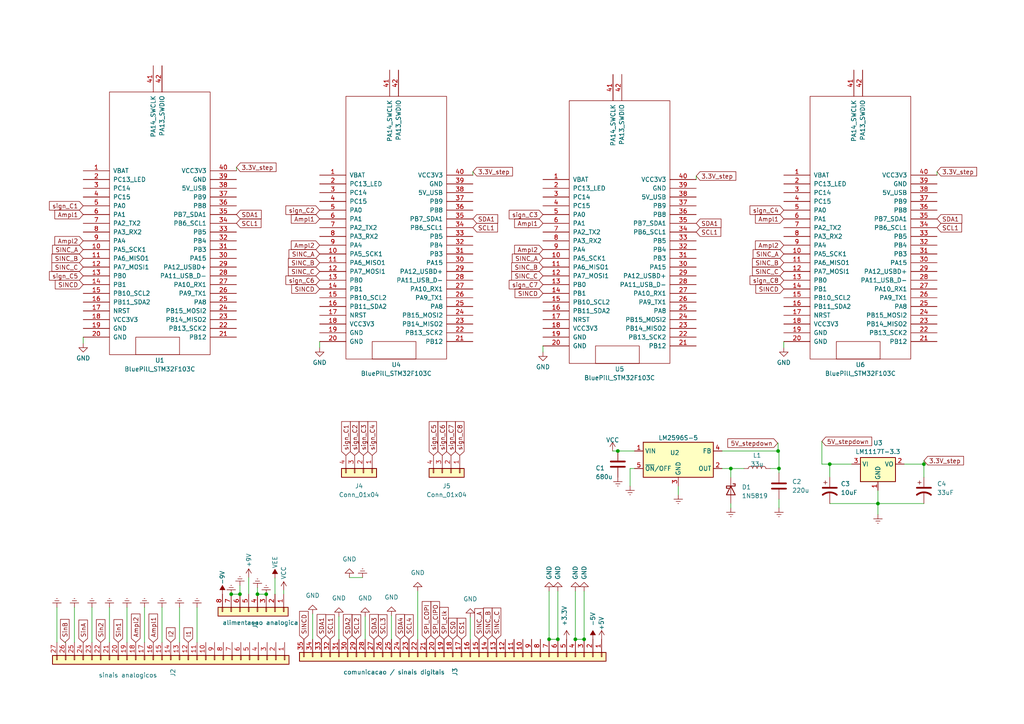
<source format=kicad_sch>
(kicad_sch (version 20230121) (generator eeschema)
  (paper "A4")
  (title_block (title "Placa de aquisicao STM32Bluepill") (date "2024-07-25") (rev "V01") (comment 1 "Autor: Gustavo Pinheiro") (comment 2 "Baseado no barramento V04") (comment 3 "Atenção: os sinais sinc_A , sinc_B e sinc_C foram adicionados ao barramento principal") (comment 4 "4 Canais + amplitude de corrente ou 8 canais"))
  (lib_symbols
    (symbol "Connector_Generic:Conn_01x04" (pin_names (offset 1.016) hide)
      (property "Reference" "J" (at 0 5.08 0))
      (property "Value" "Conn_01x04" (at 0 -7.62 0))
      (symbol "Conn_01x04_1_1"
        (rectangle (start -1.27 -4.953) (end 0 -5.207) (stroke (width 0.1524)))
        (rectangle (start -1.27 -2.413) (end 0 -2.667) (stroke (width 0.1524)))
        (rectangle (start -1.27 0.127) (end 0 -0.127) (stroke (width 0.1524)))
        (rectangle (start -1.27 2.667) (end 0 2.413) (stroke (width 0.1524)))
        (rectangle (start -1.27 3.81) (end 1.27 -6.35) (stroke (width 0.254)) (fill (type background)))
        (pin passive line (at -5.08 2.54 0) (length 3.81) (name "Pin_1") (number "1"))
        (pin passive line (at -5.08 0 0) (length 3.81) (name "Pin_2") (number "2"))
        (pin passive line (at -5.08 -2.54 0) (length 3.81) (name "Pin_3") (number "3"))
        (pin passive line (at -5.08 -5.08 0) (length 3.81) (name "Pin_4") (number "4"))
      )
    )
    (symbol "Connector_Generic:Conn_01x08" (pin_names (offset 1.016) hide)
      (property "Reference" "J" (at 0 10.16 0))
      (property "Value" "Conn_01x08" (at 0 -12.7 0))
      (symbol "Conn_01x08_1_1"
        (rectangle (start -1.27 -10.033) (end 0 -10.287) (stroke (width 0.1524)))
        (rectangle (start -1.27 -7.493) (end 0 -7.747) (stroke (width 0.1524)))
        (rectangle (start -1.27 -4.953) (end 0 -5.207) (stroke (width 0.1524)))
        (rectangle (start -1.27 -2.413) (end 0 -2.667) (stroke (width 0.1524)))
        (rectangle (start -1.27 0.127) (end 0 -0.127) (stroke (width 0.1524)))
        (rectangle (start -1.27 2.667) (end 0 2.413) (stroke (width 0.1524)))
        (rectangle (start -1.27 5.207) (end 0 4.953) (stroke (width 0.1524)))
        (rectangle (start -1.27 7.747) (end 0 7.493) (stroke (width 0.1524)))
        (rectangle (start -1.27 8.89) (end 1.27 -11.43) (stroke (width 0.254)) (fill (type background)))
        (pin passive line (at -5.08 7.62 0) (length 3.81) (name "Pin_1") (number "1"))
        (pin passive line (at -5.08 5.08 0) (length 3.81) (name "Pin_2") (number "2"))
        (pin passive line (at -5.08 2.54 0) (length 3.81) (name "Pin_3") (number "3"))
        (pin passive line (at -5.08 0 0) (length 3.81) (name "Pin_4") (number "4"))
        (pin passive line (at -5.08 -2.54 0) (length 3.81) (name "Pin_5") (number "5"))
        (pin passive line (at -5.08 -5.08 0) (length 3.81) (name "Pin_6") (number "6"))
        (pin passive line (at -5.08 -7.62 0) (length 3.81) (name "Pin_7") (number "7"))
        (pin passive line (at -5.08 -10.16 0) (length 3.81) (name "Pin_8") (number "8"))
      )
    )
    (symbol "Connector_Generic:Conn_01x27" (pin_names (offset 1.016) hide)
      (property "Reference" "J" (at 0 35.56 0))
      (property "Value" "Conn_01x27" (at 0 -35.56 0))
      (symbol "Conn_01x27_1_1"
        (rectangle (start -1.27 -32.893) (end 0 -33.147) (stroke (width 0.1524)))
        (rectangle (start -1.27 -30.353) (end 0 -30.607) (stroke (width 0.1524)))
        (rectangle (start -1.27 -27.813) (end 0 -28.067) (stroke (width 0.1524)))
        (rectangle (start -1.27 -25.273) (end 0 -25.527) (stroke (width 0.1524)))
        (rectangle (start -1.27 -22.733) (end 0 -22.987) (stroke (width 0.1524)))
        (rectangle (start -1.27 -20.193) (end 0 -20.447) (stroke (width 0.1524)))
        (rectangle (start -1.27 -17.653) (end 0 -17.907) (stroke (width 0.1524)))
        (rectangle (start -1.27 -15.113) (end 0 -15.367) (stroke (width 0.1524)))
        (rectangle (start -1.27 -12.573) (end 0 -12.827) (stroke (width 0.1524)))
        (rectangle (start -1.27 -10.033) (end 0 -10.287) (stroke (width 0.1524)))
        (rectangle (start -1.27 -7.493) (end 0 -7.747) (stroke (width 0.1524)))
        (rectangle (start -1.27 -4.953) (end 0 -5.207) (stroke (width 0.1524)))
        (rectangle (start -1.27 -2.413) (end 0 -2.667) (stroke (width 0.1524)))
        (rectangle (start -1.27 0.127) (end 0 -0.127) (stroke (width 0.1524)))
        (rectangle (start -1.27 2.667) (end 0 2.413) (stroke (width 0.1524)))
        (rectangle (start -1.27 5.207) (end 0 4.953) (stroke (width 0.1524)))
        (rectangle (start -1.27 7.747) (end 0 7.493) (stroke (width 0.1524)))
        (rectangle (start -1.27 10.287) (end 0 10.033) (stroke (width 0.1524)))
        (rectangle (start -1.27 12.827) (end 0 12.573) (stroke (width 0.1524)))
        (rectangle (start -1.27 15.367) (end 0 15.113) (stroke (width 0.1524)))
        (rectangle (start -1.27 17.907) (end 0 17.653) (stroke (width 0.1524)))
        (rectangle (start -1.27 20.447) (end 0 20.193) (stroke (width 0.1524)))
        (rectangle (start -1.27 22.987) (end 0 22.733) (stroke (width 0.1524)))
        (rectangle (start -1.27 25.527) (end 0 25.273) (stroke (width 0.1524)))
        (rectangle (start -1.27 28.067) (end 0 27.813) (stroke (width 0.1524)))
        (rectangle (start -1.27 30.607) (end 0 30.353) (stroke (width 0.1524)))
        (rectangle (start -1.27 33.147) (end 0 32.893) (stroke (width 0.1524)))
        (rectangle (start -1.27 34.29) (end 1.27 -34.29) (stroke (width 0.254)) (fill (type background)))
        (pin passive line (at -5.08 33.02 0) (length 3.81) (name "Pin_1") (number "1"))
        (pin passive line (at -5.08 10.16 0) (length 3.81) (name "Pin_10") (number "10"))
        (pin passive line (at -5.08 7.62 0) (length 3.81) (name "Pin_11") (number "11"))
        (pin passive line (at -5.08 5.08 0) (length 3.81) (name "Pin_12") (number "12"))
        (pin passive line (at -5.08 2.54 0) (length 3.81) (name "Pin_13") (number "13"))
        (pin passive line (at -5.08 0 0) (length 3.81) (name "Pin_14") (number "14"))
        (pin passive line (at -5.08 -2.54 0) (length 3.81) (name "Pin_15") (number "15"))
        (pin passive line (at -5.08 -5.08 0) (length 3.81) (name "Pin_16") (number "16"))
        (pin passive line (at -5.08 -7.62 0) (length 3.81) (name "Pin_17") (number "17"))
        (pin passive line (at -5.08 -10.16 0) (length 3.81) (name "Pin_18") (number "18"))
        (pin passive line (at -5.08 -12.7 0) (length 3.81) (name "Pin_19") (number "19"))
        (pin passive line (at -5.08 30.48 0) (length 3.81) (name "Pin_2") (number "2"))
        (pin passive line (at -5.08 -15.24 0) (length 3.81) (name "Pin_20") (number "20"))
        (pin passive line (at -5.08 -17.78 0) (length 3.81) (name "Pin_21") (number "21"))
        (pin passive line (at -5.08 -20.32 0) (length 3.81) (name "Pin_22") (number "22"))
        (pin passive line (at -5.08 -22.86 0) (length 3.81) (name "Pin_23") (number "23"))
        (pin passive line (at -5.08 -25.4 0) (length 3.81) (name "Pin_24") (number "24"))
        (pin passive line (at -5.08 -27.94 0) (length 3.81) (name "Pin_25") (number "25"))
        (pin passive line (at -5.08 -30.48 0) (length 3.81) (name "Pin_26") (number "26"))
        (pin passive line (at -5.08 -33.02 0) (length 3.81) (name "Pin_27") (number "27"))
        (pin passive line (at -5.08 27.94 0) (length 3.81) (name "Pin_3") (number "3"))
        (pin passive line (at -5.08 25.4 0) (length 3.81) (name "Pin_4") (number "4"))
        (pin passive line (at -5.08 22.86 0) (length 3.81) (name "Pin_5") (number "5"))
        (pin passive line (at -5.08 20.32 0) (length 3.81) (name "Pin_6") (number "6"))
        (pin passive line (at -5.08 17.78 0) (length 3.81) (name "Pin_7") (number "7"))
        (pin passive line (at -5.08 15.24 0) (length 3.81) (name "Pin_8") (number "8"))
        (pin passive line (at -5.08 12.7 0) (length 3.81) (name "Pin_9") (number "9"))
      )
    )
    (symbol "Connector_Generic:Conn_01x35" (pin_names (offset 1.016) hide)
      (property "Reference" "J" (at 0 45.72 0))
      (property "Value" "Conn_01x35" (at 0 -45.72 0))
      (symbol "Conn_01x35_1_1"
        (rectangle (start -1.27 -43.053) (end 0 -43.307) (stroke (width 0.1524)))
        (rectangle (start -1.27 -40.513) (end 0 -40.767) (stroke (width 0.1524)))
        (rectangle (start -1.27 -37.973) (end 0 -38.227) (stroke (width 0.1524)))
        (rectangle (start -1.27 -35.433) (end 0 -35.687) (stroke (width 0.1524)))
        (rectangle (start -1.27 -32.893) (end 0 -33.147) (stroke (width 0.1524)))
        (rectangle (start -1.27 -30.353) (end 0 -30.607) (stroke (width 0.1524)))
        (rectangle (start -1.27 -27.813) (end 0 -28.067) (stroke (width 0.1524)))
        (rectangle (start -1.27 -25.273) (end 0 -25.527) (stroke (width 0.1524)))
        (rectangle (start -1.27 -22.733) (end 0 -22.987) (stroke (width 0.1524)))
        (rectangle (start -1.27 -20.193) (end 0 -20.447) (stroke (width 0.1524)))
        (rectangle (start -1.27 -17.653) (end 0 -17.907) (stroke (width 0.1524)))
        (rectangle (start -1.27 -15.113) (end 0 -15.367) (stroke (width 0.1524)))
        (rectangle (start -1.27 -12.573) (end 0 -12.827) (stroke (width 0.1524)))
        (rectangle (start -1.27 -10.033) (end 0 -10.287) (stroke (width 0.1524)))
        (rectangle (start -1.27 -7.493) (end 0 -7.747) (stroke (width 0.1524)))
        (rectangle (start -1.27 -4.953) (end 0 -5.207) (stroke (width 0.1524)))
        (rectangle (start -1.27 -2.413) (end 0 -2.667) (stroke (width 0.1524)))
        (rectangle (start -1.27 0.127) (end 0 -0.127) (stroke (width 0.1524)))
        (rectangle (start -1.27 2.667) (end 0 2.413) (stroke (width 0.1524)))
        (rectangle (start -1.27 5.207) (end 0 4.953) (stroke (width 0.1524)))
        (rectangle (start -1.27 7.747) (end 0 7.493) (stroke (width 0.1524)))
        (rectangle (start -1.27 10.287) (end 0 10.033) (stroke (width 0.1524)))
        (rectangle (start -1.27 12.827) (end 0 12.573) (stroke (width 0.1524)))
        (rectangle (start -1.27 15.367) (end 0 15.113) (stroke (width 0.1524)))
        (rectangle (start -1.27 17.907) (end 0 17.653) (stroke (width 0.1524)))
        (rectangle (start -1.27 20.447) (end 0 20.193) (stroke (width 0.1524)))
        (rectangle (start -1.27 22.987) (end 0 22.733) (stroke (width 0.1524)))
        (rectangle (start -1.27 25.527) (end 0 25.273) (stroke (width 0.1524)))
        (rectangle (start -1.27 28.067) (end 0 27.813) (stroke (width 0.1524)))
        (rectangle (start -1.27 30.607) (end 0 30.353) (stroke (width 0.1524)))
        (rectangle (start -1.27 33.147) (end 0 32.893) (stroke (width 0.1524)))
        (rectangle (start -1.27 35.687) (end 0 35.433) (stroke (width 0.1524)))
        (rectangle (start -1.27 38.227) (end 0 37.973) (stroke (width 0.1524)))
        (rectangle (start -1.27 40.767) (end 0 40.513) (stroke (width 0.1524)))
        (rectangle (start -1.27 43.307) (end 0 43.053) (stroke (width 0.1524)))
        (rectangle (start -1.27 44.45) (end 1.27 -44.45) (stroke (width 0.254)) (fill (type background)))
        (pin passive line (at -5.08 43.18 0) (length 3.81) (name "Pin_1") (number "1"))
        (pin passive line (at -5.08 20.32 0) (length 3.81) (name "Pin_10") (number "10"))
        (pin passive line (at -5.08 17.78 0) (length 3.81) (name "Pin_11") (number "11"))
        (pin passive line (at -5.08 15.24 0) (length 3.81) (name "Pin_12") (number "12"))
        (pin passive line (at -5.08 12.7 0) (length 3.81) (name "Pin_13") (number "13"))
        (pin passive line (at -5.08 10.16 0) (length 3.81) (name "Pin_14") (number "14"))
        (pin passive line (at -5.08 7.62 0) (length 3.81) (name "Pin_15") (number "15"))
        (pin passive line (at -5.08 5.08 0) (length 3.81) (name "Pin_16") (number "16"))
        (pin passive line (at -5.08 2.54 0) (length 3.81) (name "Pin_17") (number "17"))
        (pin passive line (at -5.08 0 0) (length 3.81) (name "Pin_18") (number "18"))
        (pin passive line (at -5.08 -2.54 0) (length 3.81) (name "Pin_19") (number "19"))
        (pin passive line (at -5.08 40.64 0) (length 3.81) (name "Pin_2") (number "2"))
        (pin passive line (at -5.08 -5.08 0) (length 3.81) (name "Pin_20") (number "20"))
        (pin passive line (at -5.08 -7.62 0) (length 3.81) (name "Pin_21") (number "21"))
        (pin passive line (at -5.08 -10.16 0) (length 3.81) (name "Pin_22") (number "22"))
        (pin passive line (at -5.08 -12.7 0) (length 3.81) (name "Pin_23") (number "23"))
        (pin passive line (at -5.08 -15.24 0) (length 3.81) (name "Pin_24") (number "24"))
        (pin passive line (at -5.08 -17.78 0) (length 3.81) (name "Pin_25") (number "25"))
        (pin passive line (at -5.08 -20.32 0) (length 3.81) (name "Pin_26") (number "26"))
        (pin passive line (at -5.08 -22.86 0) (length 3.81) (name "Pin_27") (number "27"))
        (pin passive line (at -5.08 -25.4 0) (length 3.81) (name "Pin_28") (number "28"))
        (pin passive line (at -5.08 -27.94 0) (length 3.81) (name "Pin_29") (number "29"))
        (pin passive line (at -5.08 38.1 0) (length 3.81) (name "Pin_3") (number "3"))
        (pin passive line (at -5.08 -30.48 0) (length 3.81) (name "Pin_30") (number "30"))
        (pin passive line (at -5.08 -33.02 0) (length 3.81) (name "Pin_31") (number "31"))
        (pin passive line (at -5.08 -35.56 0) (length 3.81) (name "Pin_32") (number "32"))
        (pin passive line (at -5.08 -38.1 0) (length 3.81) (name "Pin_33") (number "33"))
        (pin passive line (at -5.08 -40.64 0) (length 3.81) (name "Pin_34") (number "34"))
        (pin passive line (at -5.08 -43.18 0) (length 3.81) (name "Pin_35") (number "35"))
        (pin passive line (at -5.08 35.56 0) (length 3.81) (name "Pin_4") (number "4"))
        (pin passive line (at -5.08 33.02 0) (length 3.81) (name "Pin_5") (number "5"))
        (pin passive line (at -5.08 30.48 0) (length 3.81) (name "Pin_6") (number "6"))
        (pin passive line (at -5.08 27.94 0) (length 3.81) (name "Pin_7") (number "7"))
        (pin passive line (at -5.08 25.4 0) (length 3.81) (name "Pin_8") (number "8"))
        (pin passive line (at -5.08 22.86 0) (length 3.81) (name "Pin_9") (number "9"))
      )
    )
    (symbol "Device:C" (pin_numbers hide) (pin_names (offset 0.254))
      (property "Reference" "C" (at 0.635 2.54 0))
      (property "Value" "C" (at 0.635 -2.54 0))
      (symbol "C_0_1"
        (polyline (pts (xy -2.032 -0.762) (xy 2.032 -0.762)) (stroke (width 0.508)))
        (polyline (pts (xy -2.032 0.762) (xy 2.032 0.762)) (stroke (width 0.508)))
      )
      (symbol "C_1_1"
        (pin passive line (at 0 3.81 270) (length 2.794) (name "~") (number "1"))
        (pin passive line (at 0 -3.81 90) (length 2.794) (name "~") (number "2"))
      )
    )
    (symbol "Device:C_Polarized_US" (pin_numbers hide) (pin_names (offset 0.254) hide)
      (property "Reference" "C" (at 0.635 2.54 0))
      (property "Value" "C_Polarized_US" (at 0.635 -2.54 0))
      (symbol "C_Polarized_US_0_1"
        (polyline (pts (xy -2.032 0.762) (xy 2.032 0.762)) (stroke (width 0.508)))
        (polyline (pts (xy -1.778 2.286) (xy -0.762 2.286)))
        (polyline (pts (xy -1.27 1.778) (xy -1.27 2.794)))
        (arc (start 2.032 -1.27) (mid 0 -0.5572) (end -2.032 -1.27) (stroke (width 0.508)))
      )
      (symbol "C_Polarized_US_1_1"
        (pin passive line (at 0 3.81 270) (length 2.794) (name "~") (number "1"))
        (pin passive line (at 0 -3.81 90) (length 3.302) (name "~") (number "2"))
      )
    )
    (symbol "Device:L" (pin_numbers hide) (pin_names (offset 1.016) hide)
      (property "Reference" "L" (at -1.27 0 90))
      (property "Value" "L" (at 1.905 0 90))
      (symbol "L_0_1"
        (arc (start 0 -2.54) (mid 0.6323 -1.905) (end 0 -1.27))
        (arc (start 0 -1.27) (mid 0.6323 -0.635) (end 0 0))
        (arc (start 0 0) (mid 0.6323 0.635) (end 0 1.27))
        (arc (start 0 1.27) (mid 0.6323 1.905) (end 0 2.54))
      )
      (symbol "L_1_1"
        (pin passive line (at 0 3.81 270) (length 1.27) (name "1") (number "1"))
        (pin passive line (at 0 -3.81 90) (length 1.27) (name "2") (number "2"))
      )
    )
    (symbol "Diode:1N5819" (pin_numbers hide) (pin_names (offset 1.016) hide)
      (property "Reference" "D" (at 0 2.54 0))
      (property "Value" "1N5819" (at 0 -2.54 0))
      (symbol "1N5819_0_1"
        (polyline (pts (xy 1.27 0) (xy -1.27 0)))
        (polyline (pts (xy 1.27 1.27) (xy 1.27 -1.27) (xy -1.27 0) (xy 1.27 1.27)) (stroke (width 0.254)))
        (polyline (pts (xy -1.905 0.635) (xy -1.905 1.27) (xy -1.27 1.27) (xy -1.27 -1.27) (xy -0.635 -1.27) (xy -0.635 -0.635)) (stroke (width 0.254)))
      )
      (symbol "1N5819_1_1"
        (pin passive line (at -3.81 0 0) (length 2.54) (name "K") (number "1"))
        (pin passive line (at 3.81 0 180) (length 2.54) (name "A") (number "2"))
      )
    )
    (symbol "Regulator_Linear:LM1117T-3.3"
      (property "Reference" "U" (at -3.81 3.175 0))
      (property "Value" "LM1117T-3.3" (at 0 3.175 0))
      (symbol "LM1117T-3.3_0_1"
        (rectangle (start -5.08 -5.08) (end 5.08 1.905) (stroke (width 0.254)) (fill (type background)))
      )
      (symbol "LM1117T-3.3_1_1"
        (pin power_in line (at 0 -7.62 90) (length 2.54) (name "GND") (number "1"))
        (pin power_out line (at 7.62 0 180) (length 2.54) (name "VO") (number "2"))
        (pin power_in line (at -7.62 0 0) (length 2.54) (name "VI") (number "3"))
      )
    )
    (symbol "Regulator_Switching:LM2596S-5"
      (property "Reference" "U" (at -10.16 6.35 0))
      (property "Value" "LM2596S-5" (at 0 6.35 0))
      (symbol "LM2596S-5_0_1"
        (rectangle (start -10.16 5.08) (end 10.16 -5.08) (stroke (width 0.254)) (fill (type background)))
      )
      (symbol "LM2596S-5_1_1"
        (pin power_in line (at -12.7 2.54 0) (length 2.54) (name "VIN") (number "1"))
        (pin output line (at 12.7 -2.54 180) (length 2.54) (name "OUT") (number "2"))
        (pin power_in line (at 0 -7.62 90) (length 2.54) (name "GND") (number "3"))
        (pin input line (at 12.7 2.54 180) (length 2.54) (name "FB") (number "4"))
        (pin input line (at -12.7 -2.54 0) (length 2.54) (name "~{ON}/OFF") (number "5"))
      )
    )
    (symbol "bluepill_breakouts:BluePill_STM32F103C" (pin_names (offset 1.016))
      (property "Reference" "U" (at -11.43 -34.29 0))
      (property "Value" "BluePill_STM32F103C" (at 1.27 21.59 0))
      (symbol "BluePill_STM32F103C_0_1"
        (rectangle (start -6.35 -35.56) (end 6.35 -30.48))
      )
      (symbol "BluePill_STM32F103C_1_0"
        (rectangle (start -13.97 -35.56) (end 15.24 40.64))
      )
      (symbol "BluePill_STM32F103C_1_1"
        (pin power_in line (at -21.59 17.78 0) (length 7.62) (name "VBAT") (number "1"))
        (pin bidirectional line (at -21.59 -5.08 0) (length 7.62) (name "PA5_SCK1") (number "10"))
        (pin bidirectional line (at -21.59 -7.62 0) (length 7.62) (name "PA6_MISO1") (number "11"))
        (pin bidirectional line (at -21.59 -10.16 0) (length 7.62) (name "PA7_MOSI1") (number "12"))
        (pin bidirectional line (at -21.59 -12.7 0) (length 7.62) (name "PB0") (number "13"))
        (pin bidirectional line (at -21.59 -15.24 0) (length 7.62) (name "PB1") (number "14"))
        (pin bidirectional line (at -21.59 -17.78 0) (length 7.62) (name "PB10_SCL2") (number "15"))
        (pin bidirectional line (at -21.59 -20.32 0) (length 7.62) (name "PB11_SDA2") (number "16"))
        (pin input line (at -21.59 -22.86 0) (length 7.62) (name "NRST") (number "17"))
        (pin bidirectional line (at -21.59 -25.4 0) (length 7.62) (name "VCC3V3") (number "18"))
        (pin power_in line (at -21.59 -27.94 0) (length 7.62) (name "GND") (number "19"))
        (pin bidirectional line (at -21.59 15.24 0) (length 7.62) (name "PC13_LED") (number "2"))
        (pin power_in line (at -21.59 -30.48 0) (length 7.62) (name "GND") (number "20"))
        (pin bidirectional line (at 22.86 -30.48 180) (length 7.62) (name "PB12") (number "21"))
        (pin bidirectional line (at 22.86 -27.94 180) (length 7.62) (name "PB13_SCK2") (number "22"))
        (pin bidirectional line (at 22.86 -25.4 180) (length 7.62) (name "PB14_MISO2") (number "23"))
        (pin bidirectional line (at 22.86 -22.86 180) (length 7.62) (name "PB15_MOSI2") (number "24"))
        (pin bidirectional line (at 22.86 -20.32 180) (length 7.62) (name "PA8") (number "25"))
        (pin bidirectional line (at 22.86 -17.78 180) (length 7.62) (name "PA9_TX1") (number "26"))
        (pin bidirectional line (at 22.86 -15.24 180) (length 7.62) (name "PA10_RX1") (number "27"))
        (pin bidirectional line (at 22.86 -12.7 180) (length 7.62) (name "PA11_USB_D-") (number "28"))
        (pin bidirectional line (at 22.86 -10.16 180) (length 7.62) (name "PA12_USBD+") (number "29"))
        (pin bidirectional line (at -21.59 12.7 0) (length 7.62) (name "PC14") (number "3"))
        (pin bidirectional line (at 22.86 -7.62 180) (length 7.62) (name "PA15") (number "30"))
        (pin bidirectional line (at 22.86 -5.08 180) (length 7.62) (name "PB3") (number "31"))
        (pin bidirectional line (at 22.86 -2.54 180) (length 7.62) (name "PB4") (number "32"))
        (pin bidirectional line (at 22.86 0 180) (length 7.62) (name "PB5") (number "33"))
        (pin bidirectional line (at 22.86 2.54 180) (length 7.62) (name "PB6_SCL1") (number "34"))
        (pin bidirectional line (at 22.86 5.08 180) (length 7.62) (name "PB7_SDA1") (number "35"))
        (pin bidirectional line (at 22.86 7.62 180) (length 7.62) (name "PB8") (number "36"))
        (pin bidirectional line (at 22.86 10.16 180) (length 7.62) (name "PB9") (number "37"))
        (pin bidirectional line (at 22.86 12.7 180) (length 7.62) (name "5V_USB") (number "38"))
        (pin power_in line (at 22.86 15.24 180) (length 7.62) (name "GND") (number "39"))
        (pin bidirectional line (at -21.59 10.16 0) (length 7.62) (name "PC15") (number "4"))
        (pin bidirectional line (at 22.86 17.78 180) (length 7.62) (name "VCC3V3") (number "40"))
        (pin bidirectional line (at -1.27 48.26 270) (length 7.62) (name "PA14_SWCLK") (number "41"))
        (pin bidirectional line (at 1.27 48.26 270) (length 7.62) (name "PA13_SWDIO") (number "42"))
        (pin bidirectional line (at -21.59 7.62 0) (length 7.62) (name "PA0") (number "5"))
        (pin bidirectional line (at -21.59 5.08 0) (length 7.62) (name "PA1") (number "6"))
        (pin bidirectional line (at -21.59 2.54 0) (length 7.62) (name "PA2_TX2") (number "7"))
        (pin bidirectional line (at -21.59 0 0) (length 7.62) (name "PA3_RX2") (number "8"))
        (pin bidirectional line (at -21.59 -2.54 0) (length 7.62) (name "PA4") (number "9"))
      )
    )
    (symbol "power:+3.3V" (power) (pin_names (offset 0))
      (property "Value" "+3.3V" (at 0 3.556 0))
      (symbol "+3.3V_0_1"
        (polyline (pts (xy -0.762 1.27) (xy 0 2.54)))
        (polyline (pts (xy 0 0) (xy 0 2.54)))
        (polyline (pts (xy 0 2.54) (xy 0.762 1.27)))
      )
      (symbol "+3.3V_1_1"
        (pin power_in line (at 0 0 90) (length 0) hide (name "+3.3V") (number "1"))
      )
    )
    (symbol "power:+5V" (power) (pin_names (offset 0))
      (property "Value" "+5V" (at 0 3.556 0))
      (symbol "+5V_0_1"
        (polyline (pts (xy -0.762 1.27) (xy 0 2.54)))
        (polyline (pts (xy 0 0) (xy 0 2.54)))
        (polyline (pts (xy 0 2.54) (xy 0.762 1.27)))
      )
      (symbol "+5V_1_1"
        (pin power_in line (at 0 0 90) (length 0) hide (name "+5V") (number "1"))
      )
    )
    (symbol "power:+9V" (power) (pin_names (offset 0))
      (property "Value" "+9V" (at 0 3.556 0))
      (symbol "+9V_0_1"
        (polyline (pts (xy -0.762 1.27) (xy 0 2.54)))
        (polyline (pts (xy 0 0) (xy 0 2.54)))
        (polyline (pts (xy 0 2.54) (xy 0.762 1.27)))
      )
      (symbol "+9V_1_1"
        (pin power_in line (at 0 0 90) (length 0) hide (name "+9V") (number "1"))
      )
    )
    (symbol "power:-5V" (power) (pin_names (offset 0))
      (property "Value" "-5V" (at 0 3.81 0))
      (symbol "-5V_0_0"
        (pin power_in line (at 0 0 90) (length 0) hide (name "-5V") (number "1"))
      )
      (symbol "-5V_0_1"
        (polyline (pts (xy 0 0) (xy 0 1.27) (xy 0.762 1.27) (xy 0 2.54) (xy -0.762 1.27) (xy 0 1.27)) (fill (type outline)))
      )
    )
    (symbol "power:-9V" (power) (pin_names (offset 0))
      (property "Value" "-9V" (at 0 3.81 0))
      (symbol "-9V_0_1"
        (polyline (pts (xy 0 0) (xy 0 2.54)))
        (polyline (pts (xy 0.762 1.27) (xy -0.762 1.27) (xy 0 2.54) (xy 0.762 1.27)) (fill (type outline)))
      )
      (symbol "-9V_1_1"
        (pin power_in line (at 0 0 90) (length 0) hide (name "-9V") (number "1"))
      )
    )
    (symbol "power:Earth" (power) (pin_names (offset 0))
      (symbol "Earth_0_1"
        (polyline (pts (xy -0.635 -1.905) (xy 0.635 -1.905)))
        (polyline (pts (xy -0.127 -2.54) (xy 0.127 -2.54)))
        (polyline (pts (xy 0 -1.27) (xy 0 0)))
        (polyline (pts (xy 1.27 -1.27) (xy -1.27 -1.27)))
      )
      (symbol "Earth_1_1"
        (pin power_in line (at 0 0 270) (length 0) hide (name "Earth") (number "1"))
      )
    )
    (symbol "power:GND" (power) (pin_names (offset 0))
      (property "Value" "GND" (at 0 -3.81 0))
      (symbol "GND_0_1"
        (polyline (pts (xy 0 0) (xy 0 -1.27) (xy 1.27 -1.27) (xy 0 -2.54) (xy -1.27 -1.27) (xy 0 -1.27)))
      )
      (symbol "GND_1_1"
        (pin power_in line (at 0 0 270) (length 0) hide (name "GND") (number "1"))
      )
    )
    (symbol "power:VCC" (power) (pin_names (offset 0))
      (property "Value" "VCC" (at 0 3.81 0))
      (symbol "VCC_0_1"
        (polyline (pts (xy -0.762 1.27) (xy 0 2.54)))
        (polyline (pts (xy 0 0) (xy 0 2.54)))
        (polyline (pts (xy 0 2.54) (xy 0.762 1.27)))
      )
      (symbol "VCC_1_1"
        (pin power_in line (at 0 0 90) (length 0) hide (name "VCC") (number "1"))
      )
    )
    (symbol "power:VEE" (power) (pin_names (offset 0))
      (property "Value" "VEE" (at 0 3.81 0))
      (symbol "VEE_0_1"
        (polyline (pts (xy 0 0) (xy 0 2.54)))
        (polyline (pts (xy 0.762 1.27) (xy -0.762 1.27) (xy 0 2.54) (xy 0.762 1.27)) (fill (type outline)))
      )
      (symbol "VEE_1_1"
        (pin power_in line (at 0 0 90) (length 0) hide (name "VEE") (number "1"))
      )
    )
  )
  (junction (at 69.5948 172.339))
  (junction (at 67.0548 172.339))
  (junction (at 254.635 146.05))
  (junction (at 225.679 130.81))
  (junction (at 179.197 130.81))
  (junction (at 77.2148 172.339))
  (junction (at 159.258 185.42))
  (junction (at 166.878 185.42))
  (junction (at 169.418 185.42))
  (junction (at 161.798 185.42))
  (junction (at 211.963 135.89))
  (junction (at 240.665 134.62))
  (junction (at 74.6748 172.339))
  (junction (at 225.933 135.89))
  (junction (at 267.97 134.62))
  (wire (pts (xy 209.423 130.81) (xy 225.679 130.81)))
  (wire (pts (xy 67.0548 172.339) (xy 69.5948 172.339)))
  (wire (pts (xy 92.71 100.838) (xy 92.71 99.06)))
  (wire (pts (xy 16.51 176.149) (xy 16.51 186.309)))
  (wire (pts (xy 262.255 134.62) (xy 267.97 134.62)))
  (wire (pts (xy 101.346 167.513) (xy 105.156 167.513)))
  (wire (pts (xy 182.753 135.89) (xy 184.023 135.89)))
  (wire (pts (xy 72.1348 167.513) (xy 72.1348 172.339)))
  (wire (pts (xy 26.67 176.149) (xy 26.67 186.309)))
  (wire (pts (xy 254.635 142.24) (xy 254.635 146.05)))
  (wire (pts (xy 159.258 171.45) (xy 159.258 185.42)))
  (wire (pts (xy 209.423 135.89) (xy 211.963 135.89)))
  (wire (pts (xy 227.33 100.838) (xy 227.33 99.06)))
  (wire (pts (xy 98.298 178.816) (xy 98.298 185.42)))
  (wire (pts (xy 68.58 48.514) (xy 68.58 49.53)))
  (wire (pts (xy 271.78 49.784) (xy 271.78 50.8)))
  (wire (pts (xy 225.933 130.81) (xy 225.933 135.89)))
  (wire (pts (xy 161.798 171.45) (xy 161.798 185.42)))
  (wire (pts (xy 74.6731 171.659) (xy 74.6748 171.659)))
  (wire (pts (xy 21.59 176.149) (xy 21.59 186.309)))
  (wire (pts (xy 52.07 176.149) (xy 52.07 186.309)))
  (wire (pts (xy 137.16 49.784) (xy 137.16 50.8)))
  (wire (pts (xy 74.6731 170.4476) (xy 74.6731 171.659)))
  (wire (pts (xy 69.5948 169.799) (xy 69.5948 172.339)))
  (wire (pts (xy 254.635 146.05) (xy 267.97 146.05)))
  (wire (pts (xy 238.379 134.62) (xy 240.665 134.62)))
  (wire (pts (xy 225.679 130.81) (xy 225.933 130.81)))
  (wire (pts (xy 225.679 128.524) (xy 225.552 128.524)))
  (wire (pts (xy 136.398 179.07) (xy 136.398 185.42)))
  (wire (pts (xy 57.15 176.149) (xy 57.15 186.309)))
  (wire (pts (xy 179.197 130.81) (xy 184.023 130.81)))
  (wire (pts (xy 79.755 167.6559) (xy 79.755 172.339)))
  (wire (pts (xy 211.963 147.32) (xy 211.963 146.05)))
  (wire (pts (xy 240.665 138.43) (xy 240.665 134.62)))
  (wire (pts (xy 79.755 172.339) (xy 79.7548 172.339)))
  (wire (pts (xy 166.878 185.42) (xy 169.418 185.42)))
  (wire (pts (xy 74.6748 171.659) (xy 74.6748 172.339)))
  (wire (pts (xy 36.83 176.149) (xy 36.83 186.309)))
  (wire (pts (xy 182.753 140.97) (xy 182.753 135.89)))
  (wire (pts (xy 254.635 146.05) (xy 254.635 149.225)))
  (wire (pts (xy 166.878 171.45) (xy 166.878 185.42)))
  (wire (pts (xy 105.918 178.816) (xy 105.918 185.42)))
  (wire (pts (xy 225.933 147.32) (xy 225.933 144.78)))
  (wire (pts (xy 240.665 134.62) (xy 247.015 134.62)))
  (wire (pts (xy 267.97 134.62) (xy 267.97 138.43)))
  (wire (pts (xy 82.296 171.232) (xy 82.296 172.339)))
  (wire (pts (xy 169.418 171.45) (xy 169.418 185.42)))
  (wire (pts (xy 82.2948 172.339) (xy 82.296 172.339)))
  (wire (pts (xy 211.963 135.89) (xy 211.963 138.43)))
  (wire (pts (xy 177.673 130.81) (xy 179.197 130.81)))
  (wire (pts (xy 267.97 133.604) (xy 267.97 134.62)))
  (wire (pts (xy 159.258 185.42) (xy 161.798 185.42)))
  (wire (pts (xy 19.05 186.309) (xy 18.796 186.309)))
  (wire (pts (xy 225.679 130.81) (xy 225.679 128.524)))
  (wire (pts (xy 225.933 135.89) (xy 225.933 137.16)))
  (wire (pts (xy 240.665 146.05) (xy 254.635 146.05)))
  (wire (pts (xy 196.723 143.51) (xy 196.723 140.97)))
  (wire (pts (xy 238.379 128.016) (xy 238.379 134.62)))
  (wire (pts (xy 74.6748 172.339) (xy 77.2148 172.339)))
  (wire (pts (xy 223.393 135.89) (xy 225.933 135.89)))
  (wire (pts (xy 90.678 178.054) (xy 90.678 185.42)))
  (wire (pts (xy 24.13 99.568) (xy 24.13 97.79)))
  (wire (pts (xy 201.93 51.054) (xy 201.93 52.07)))
  (wire (pts (xy 41.91 176.149) (xy 41.91 186.309)))
  (wire (pts (xy 113.538 178.562) (xy 113.538 185.42)))
  (wire (pts (xy 157.48 102.108) (xy 157.48 100.33)))
  (wire (pts (xy 31.75 176.149) (xy 31.75 186.309)))
  (wire (pts (xy 211.963 135.89) (xy 215.773 135.89)))
  (wire (pts (xy 121.158 171.45) (xy 121.158 185.42)))
  (wire (pts (xy 46.99 176.149) (xy 46.99 186.309)))
  (global_label "sign_C6" (shape input) (at 128.27 132.08 90) (property "Intersheetrefs" "${INTERSHEET_REFS}" (effects hide)))
  (global_label "3.3V_step" (shape input) (at 267.97 133.604 0) (property "Intersheetrefs" "${INTERSHEET_REFS}" (effects hide)))
  (global_label "sign_C6" (shape input) (at 92.71 81.28 180) (property "Intersheetrefs" "${INTERSHEET_REFS}" (effects hide)))
  (global_label "SINC_B" (shape input) (at 157.48 77.47 180) (property "Intersheetrefs" "${INTERSHEET_REFS}" (effects hide)))
  (global_label "sign_C4" (shape input) (at 107.95 132.08 90) (property "Intersheetrefs" "${INTERSHEET_REFS}" (effects hide)))
  (global_label "SPI_clk" (shape input) (at 128.778 185.42 90) (property "Intersheetrefs" "${INTERSHEET_REFS}" (effects hide)))
  (global_label "I1" (shape input) (at 54.61 186.309 90) (property "Intersheetrefs" "${INTERSHEET_REFS}" (effects hide)))
  (global_label "SCL1" (shape input) (at 271.78 66.04 0) (property "Intersheetrefs" "${INTERSHEET_REFS}" (effects hide)))
  (global_label "SDA3" (shape input) (at 108.458 185.42 90) (property "Intersheetrefs" "${INTERSHEET_REFS}" (effects hide)))
  (global_label "CS1" (shape input) (at 133.858 185.42 90) (property "Intersheetrefs" "${INTERSHEET_REFS}" (effects hide)))
  (global_label "SDA2" (shape input) (at 100.838 185.42 90) (property "Intersheetrefs" "${INTERSHEET_REFS}" (effects hide)))
  (global_label "sign_C1" (shape input) (at 100.33 132.08 90) (property "Intersheetrefs" "${INTERSHEET_REFS}" (effects hide)))
  (global_label "Ampl2" (shape input) (at 157.48 72.39 180) (property "Intersheetrefs" "${INTERSHEET_REFS}" (effects hide)))
  (global_label "sign_C3" (shape input) (at 105.41 132.08 90) (property "Intersheetrefs" "${INTERSHEET_REFS}" (effects hide)))
  (global_label "Ampl1" (shape input) (at 44.45 186.309 90) (property "Intersheetrefs" "${INTERSHEET_REFS}" (effects hide)))
  (global_label "SDA1" (shape input) (at 93.218 185.42 90) (property "Intersheetrefs" "${INTERSHEET_REFS}" (effects hide)))
  (global_label "SINC_A" (shape input) (at 92.71 73.66 180) (property "Intersheetrefs" "${INTERSHEET_REFS}" (effects hide)))
  (global_label "SINC_B" (shape input) (at 227.33 76.2 180) (property "Intersheetrefs" "${INTERSHEET_REFS}" (effects hide)))
  (global_label "SDA1" (shape input) (at 137.16 63.5 0) (property "Intersheetrefs" "${INTERSHEET_REFS}" (effects hide)))
  (global_label "3.3V_step" (shape input) (at 137.16 49.784 0) (property "Intersheetrefs" "${INTERSHEET_REFS}" (effects hide)))
  (global_label "SINC_C" (shape input) (at 92.71 78.74 180) (property "Intersheetrefs" "${INTERSHEET_REFS}" (effects hide)))
  (global_label "SINC_C" (shape input) (at 227.33 78.74 180) (property "Intersheetrefs" "${INTERSHEET_REFS}" (effects hide)))
  (global_label "Ampl1" (shape input) (at 157.48 64.77 180) (property "Intersheetrefs" "${INTERSHEET_REFS}" (effects hide)))
  (global_label "sign_C2" (shape input) (at 102.87 132.08 90) (property "Intersheetrefs" "${INTERSHEET_REFS}" (effects hide)))
  (global_label "sign_C5" (shape input) (at 24.13 80.01 180) (property "Intersheetrefs" "${INTERSHEET_REFS}" (effects hide)))
  (global_label "Ampl2" (shape input) (at 39.37 186.309 90) (property "Intersheetrefs" "${INTERSHEET_REFS}" (effects hide)))
  (global_label "SINC_B" (shape input) (at 24.13 74.93 180) (property "Intersheetrefs" "${INTERSHEET_REFS}" (effects hide)))
  (global_label "SINCD" (shape input) (at 24.13 82.55 180) (property "Intersheetrefs" "${INTERSHEET_REFS}" (effects hide)))
  (global_label "Ampl1" (shape input) (at 92.71 63.5 180) (property "Intersheetrefs" "${INTERSHEET_REFS}" (effects hide)))
  (global_label "3.3V_step" (shape input) (at 201.93 51.054 0) (property "Intersheetrefs" "${INTERSHEET_REFS}" (effects hide)))
  (global_label "5V_stepdown" (shape input) (at 238.379 128.016 0) (property "Intersheetrefs" "${INTERSHEET_REFS}" (effects hide)))
  (global_label "Ampl1" (shape input) (at 227.33 63.5 180) (property "Intersheetrefs" "${INTERSHEET_REFS}" (effects hide)))
  (global_label "SCL2" (shape input) (at 103.378 185.42 90) (property "Intersheetrefs" "${INTERSHEET_REFS}" (effects hide)))
  (global_label "SCL3" (shape input) (at 110.998 185.42 90) (property "Intersheetrefs" "${INTERSHEET_REFS}" (effects hide)))
  (global_label "SINC_A" (shape input) (at 227.33 73.66 180) (property "Intersheetrefs" "${INTERSHEET_REFS}" (effects hide)))
  (global_label "Sin2" (shape input) (at 29.21 186.309 90) (property "Intersheetrefs" "${INTERSHEET_REFS}" (effects hide)))
  (global_label "SINC_B" (shape input) (at 92.71 76.2 180) (property "Intersheetrefs" "${INTERSHEET_REFS}" (effects hide)))
  (global_label "5V_stepdown" (shape input) (at 225.552 128.524 180) (property "Intersheetrefs" "${INTERSHEET_REFS}" (effects hide)))
  (global_label "SINC_A" (shape input) (at 138.938 185.42 90) (property "Intersheetrefs" "${INTERSHEET_REFS}" (effects hide)))
  (global_label "SINCD" (shape input) (at 92.71 83.82 180) (property "Intersheetrefs" "${INTERSHEET_REFS}" (effects hide)))
  (global_label "SCL4" (shape input) (at 118.618 185.42 90) (property "Intersheetrefs" "${INTERSHEET_REFS}" (effects hide)))
  (global_label "sign_C7" (shape input) (at 157.48 82.55 180) (property "Intersheetrefs" "${INTERSHEET_REFS}" (effects hide)))
  (global_label "SPI_CIPO" (shape input) (at 126.238 185.42 90) (property "Intersheetrefs" "${INTERSHEET_REFS}" (effects hide)))
  (global_label "3.3V_step" (shape input) (at 68.58 48.514 0) (property "Intersheetrefs" "${INTERSHEET_REFS}" (effects hide)))
  (global_label "sign_C2" (shape input) (at 92.71 60.96 180) (property "Intersheetrefs" "${INTERSHEET_REFS}" (effects hide)))
  (global_label "SinA" (shape input) (at 24.13 186.309 90) (property "Intersheetrefs" "${INTERSHEET_REFS}" (effects hide)))
  (global_label "SINC_A" (shape input) (at 24.13 72.39 180) (property "Intersheetrefs" "${INTERSHEET_REFS}" (effects hide)))
  (global_label "SCL1" (shape input) (at 201.93 67.31 0) (property "Intersheetrefs" "${INTERSHEET_REFS}" (effects hide)))
  (global_label "SINCD" (shape input) (at 88.138 185.42 90) (property "Intersheetrefs" "${INTERSHEET_REFS}" (effects hide)))
  (global_label "SDA1" (shape input) (at 201.93 64.77 0) (property "Intersheetrefs" "${INTERSHEET_REFS}" (effects hide)))
  (global_label "SCL1" (shape input) (at 68.58 64.77 0) (property "Intersheetrefs" "${INTERSHEET_REFS}" (effects hide)))
  (global_label "SINCD" (shape input) (at 227.33 83.82 180) (property "Intersheetrefs" "${INTERSHEET_REFS}" (effects hide)))
  (global_label "sign_C5" (shape input) (at 125.73 132.08 90) (property "Intersheetrefs" "${INTERSHEET_REFS}" (effects hide)))
  (global_label "SINC_C" (shape input) (at 24.13 77.47 180) (property "Intersheetrefs" "${INTERSHEET_REFS}" (effects hide)))
  (global_label "sign_C8" (shape input) (at 133.35 132.08 90) (property "Intersheetrefs" "${INTERSHEET_REFS}" (effects hide)))
  (global_label "Ampl2" (shape input) (at 24.13 69.85 180) (property "Intersheetrefs" "${INTERSHEET_REFS}" (effects hide)))
  (global_label "SDA1" (shape input) (at 271.78 63.5 0) (property "Intersheetrefs" "${INTERSHEET_REFS}" (effects hide)))
  (global_label "SINC_C" (shape input) (at 157.48 80.01 180) (property "Intersheetrefs" "${INTERSHEET_REFS}" (effects hide)))
  (global_label "I2" (shape input) (at 49.53 186.309 90) (property "Intersheetrefs" "${INTERSHEET_REFS}" (effects hide)))
  (global_label "SINC_A" (shape input) (at 157.48 74.93 180) (property "Intersheetrefs" "${INTERSHEET_REFS}" (effects hide)))
  (global_label "SINC_C" (shape input) (at 144.018 185.42 90) (property "Intersheetrefs" "${INTERSHEET_REFS}" (effects hide)))
  (global_label "SINCD" (shape input) (at 157.48 85.09 180) (property "Intersheetrefs" "${INTERSHEET_REFS}" (effects hide)))
  (global_label "sign_C8" (shape input) (at 227.33 81.28 180) (property "Intersheetrefs" "${INTERSHEET_REFS}" (effects hide)))
  (global_label "sign_C1" (shape input) (at 24.13 59.69 180) (property "Intersheetrefs" "${INTERSHEET_REFS}" (effects hide)))
  (global_label "CS0" (shape input) (at 131.318 185.42 90) (property "Intersheetrefs" "${INTERSHEET_REFS}" (effects hide)))
  (global_label "Ampl2" (shape input) (at 227.33 71.12 180) (property "Intersheetrefs" "${INTERSHEET_REFS}" (effects hide)))
  (global_label "SinB" (shape input) (at 18.796 186.309 90) (property "Intersheetrefs" "${INTERSHEET_REFS}" (effects hide)))
  (global_label "Sin1" (shape input) (at 34.29 186.309 90) (property "Intersheetrefs" "${INTERSHEET_REFS}" (effects hide)))
  (global_label "Ampl2" (shape input) (at 92.71 71.12 180) (property "Intersheetrefs" "${INTERSHEET_REFS}" (effects hide)))
  (global_label "SCL1" (shape input) (at 95.758 185.42 90) (property "Intersheetrefs" "${INTERSHEET_REFS}" (effects hide)))
  (global_label "sign_C4" (shape input) (at 227.33 60.96 180) (property "Intersheetrefs" "${INTERSHEET_REFS}" (effects hide)))
  (global_label "SINC_B" (shape input) (at 141.478 185.42 90) (property "Intersheetrefs" "${INTERSHEET_REFS}" (effects hide)))
  (global_label "SPI_COPI" (shape input) (at 123.698 185.42 90) (property "Intersheetrefs" "${INTERSHEET_REFS}" (effects hide)))
  (global_label "SCL1" (shape input) (at 137.16 66.04 0) (property "Intersheetrefs" "${INTERSHEET_REFS}" (effects hide)))
  (global_label "SDA4" (shape input) (at 116.078 185.42 90) (property "Intersheetrefs" "${INTERSHEET_REFS}" (effects hide)))
  (global_label "3.3V_step" (shape input) (at 271.78 49.784 0) (property "Intersheetrefs" "${INTERSHEET_REFS}" (effects hide)))
  (global_label "sign_C7" (shape input) (at 130.81 132.08 90) (property "Intersheetrefs" "${INTERSHEET_REFS}" (effects hide)))
  (global_label "SDA1" (shape input) (at 68.58 62.23 0) (property "Intersheetrefs" "${INTERSHEET_REFS}" (effects hide)))
  (global_label "sign_C3" (shape input) (at 157.48 62.23 180) (property "Intersheetrefs" "${INTERSHEET_REFS}" (effects hide)))
  (global_label "Ampl1" (shape input) (at 24.13 62.23 180) (property "Intersheetrefs" "${INTERSHEET_REFS}" (effects hide)))
  (symbol (lib_id "power:GND") (at 169.418 171.45 180) (unit 1)
    (property "Reference" "#PWR015" (effects hide))
    (property "Value" "GND" (at 169.418 166.116 90))
  )
  (symbol (lib_id "Regulator_Linear:LM1117T-3.3") (at 254.635 134.62 0) (unit 1)
    (property "Reference" "U3" (at 254.635 128.4733 0))
    (property "Value" "LM1117T-3.3" (at 254.635 131.0133 0))
    (property "Footprint" "Package_TO_SOT_THT:TO-220-3_Vertical" (effects hide))
    (property "Datasheet" "http://www.ti.com/lit/ds/symlink/lm1117.pdf" (effects hide))
  )
  (symbol (lib_id "power:Earth") (at 36.83 176.149 180) (unit 1)
    (property "Reference" "#PWR07" (effects hide))
    (property "Value" "Earth" (effects hide))
  )
  (symbol (lib_id "power:Earth") (at 52.07 176.149 180) (unit 1)
    (property "Reference" "#PWR027" (effects hide))
    (property "Value" "Earth" (effects hide))
  )
  (symbol (lib_id "power:+3.3V") (at 164.338 185.42 0) (unit 1)
    (property "Reference" "#PWR0130" (effects hide))
    (property "Value" "+3.3V" (at 163.703 181.61 90) (effects (justify left)))
  )
  (symbol (lib_id "power:GND") (at 227.33 100.838 0) (unit 1)
    (property "Reference" "#PWR034" (effects hide))
    (property "Value" "GND" (at 227.33 105.156 0))
  )
  (symbol (lib_id "power:Earth") (at 196.723 143.51 0) (unit 1)
    (property "Reference" "#PWR022" (effects hide))
    (property "Value" "Earth" (effects hide))
  )
  (symbol (lib_id "power:GND") (at 113.538 178.562 180) (unit 1)
    (property "Reference" "#PWR012" (effects hide))
    (property "Value" "GND" (at 113.538 173.228 0))
  )
  (symbol (lib_id "Connector_Generic:Conn_01x27") (at 49.53 191.389 270) (unit 1)
    (property "Reference" "J2" (at 50.165 193.929 0) (effects (justify left)))
    (property "Value" "sinais analogicos" (at 28.575 195.834 90) (effects (justify left)))
    (property "Footprint" "Connector_PinHeader_2.54mm:PinHeader_1x27_P2.54mm_Vertical" (effects hide))
  )
  (symbol (lib_id "bluepill_breakouts:BluePill_STM32F103C") (at 179.07 69.85 0) (unit 1)
    (property "Reference" "U5" (at 179.705 107.061 0))
    (property "Value" "BluePill_STM32F103C" (at 179.705 109.601 0))
    (property "Footprint" "BluePill_STM32:BluePill_STM32F103C" (effects hide))
    (property "Datasheet" "www.rogerclark.net" (effects hide))
  )
  (symbol (lib_id "Regulator_Switching:LM2596S-5") (at 196.723 133.35 0) (unit 1)
    (property "Reference" "U2" (at 195.707 131.318 0))
    (property "Value" "LM2596S-5" (at 196.723 127 0))
    (property "Footprint" "Package_TO_SOT_THT:TO-220-5_P3.4x3.7mm_StaggerOdd_Lead3.8mm_Vertical" (effects hide))
    (property "Datasheet" "http://www.ti.com/lit/ds/symlink/lm2596.pdf" (effects hide))
  )
  (symbol (lib_id "power:Earth") (at 211.963 147.32 0) (unit 1)
    (property "Reference" "#PWR029" (effects hide))
    (property "Value" "Earth" (effects hide))
  )
  (symbol (lib_id "power:VEE") (at 79.755 167.6559 0) (unit 1)
    (property "Reference" "#PWR0123" (effects hide))
    (property "Value" "VEE" (at 79.7512 163.0455 90))
  )
  (symbol (lib_id "Connector_Generic:Conn_01x08") (at 74.6748 177.419 270) (unit 1)
    (property "Reference" "J1" (at 74.0398 179.959 0) (effects (justify left)))
    (property "Value" "alimentacao analogica" (at 64.5148 180.594 90) (effects (justify left)))
    (property "Footprint" "Connector_PinHeader_2.54mm:PinHeader_1x08_P2.54mm_Vertical" (effects hide))
  )
  (symbol (lib_id "power:Earth") (at 21.59 176.149 180) (unit 1)
    (property "Reference" "#PWR06" (effects hide))
    (property "Value" "Earth" (effects hide))
  )
  (symbol (lib_id "power:Earth") (at 41.91 176.149 180) (unit 1)
    (property "Reference" "#PWR02" (effects hide))
    (property "Value" "Earth" (effects hide))
  )
  (symbol (lib_id "power:Earth") (at 254.635 149.225 0) (unit 1)
    (property "Reference" "#PWR031" (effects hide))
    (property "Value" "Earth" (effects hide))
  )
  (symbol (lib_id "power:GND") (at 101.346 167.513 180) (unit 1)
    (property "Reference" "#PWR017" (effects hide))
    (property "Value" "GND" (at 101.346 162.179 0))
  )
  (symbol (lib_id "power:GND") (at 105.918 178.816 180) (unit 1)
    (property "Reference" "#PWR011" (effects hide))
    (property "Value" "GND" (at 105.918 173.482 0))
  )
  (symbol (lib_id "power:Earth") (at 16.51 176.149 180) (unit 1)
    (property "Reference" "#PWR026" (effects hide))
    (property "Value" "Earth" (effects hide))
  )
  (symbol (lib_id "power:GND") (at 98.298 178.816 180) (unit 1)
    (property "Reference" "#PWR010" (effects hide))
    (property "Value" "GND" (at 98.298 173.482 0))
  )
  (symbol (lib_id "power:GND") (at 24.13 99.568 0) (unit 1)
    (property "Reference" "#PWR018" (effects hide))
    (property "Value" "GND" (at 24.13 103.886 0))
  )
  (symbol (lib_id "power:-5V") (at 171.958 185.42 0) (unit 1)
    (property "Reference" "#PWR0128" (effects hide))
    (property "Value" "-5V" (at 171.958 181.61 90) (effects (justify left)))
  )
  (symbol (lib_id "power:GND") (at 121.158 171.45 180) (unit 1)
    (property "Reference" "#PWR014" (effects hide))
    (property "Value" "GND" (at 121.158 166.116 0))
  )
  (symbol (lib_id "Diode:1N5819") (at 211.963 142.24 270) (unit 1)
    (property "Reference" "D1" (at 215.138 141.2875 90) (effects (justify left)))
    (property "Value" "1N5819" (at 215.138 143.8275 90) (effects (justify left)))
    (property "Footprint" "Diode_THT:D_DO-41_SOD81_P10.16mm_Horizontal" (effects hide))
    (property "Datasheet" "http://www.vishay.com/docs/88525/1n5817.pdf" (effects hide))
  )
  (symbol (lib_id "power:-9V") (at 64.5148 172.339 0) (unit 1)
    (property "Reference" "#PWR0127" (effects hide))
    (property "Value" "-9V" (at 64.481 169.5937 90) (effects (justify left)))
  )
  (symbol (lib_id "power:Earth") (at 77.2148 172.339 180) (unit 1)
    (property "Reference" "#PWR0125" (effects hide))
    (property "Value" "Earth" (effects hide))
  )
  (symbol (lib_id "power:Earth") (at 67.0548 172.339 180) (unit 1)
    (property "Reference" "#PWR023" (effects hide))
    (property "Value" "Earth" (effects hide))
  )
  (symbol (lib_id "power:+5V") (at 174.498 185.42 0) (unit 1)
    (property "Reference" "#PWR0129" (effects hide))
    (property "Value" "+5V" (at 174.4439 182.8715 90) (effects (justify left)))
  )
  (symbol (lib_id "power:Earth") (at 26.67 176.149 180) (unit 1)
    (property "Reference" "#PWR04" (effects hide))
    (property "Value" "Earth" (effects hide))
  )
  (symbol (lib_id "Connector_Generic:Conn_01x04") (at 130.81 137.16 270) (unit 1)
    (property "Reference" "J5" (at 129.54 140.97 90))
    (property "Value" "Conn_01x04" (at 129.54 143.51 90))
    (property "Footprint" "Connector_PinHeader_2.54mm:PinHeader_1x04_P2.54mm_Horizontal" (effects hide))
  )
  (symbol (lib_id "bluepill_breakouts:BluePill_STM32F103C") (at 248.92 68.58 0) (unit 1)
    (property "Reference" "U6" (at 249.555 105.791 0))
    (property "Value" "BluePill_STM32F103C" (at 249.555 108.331 0))
    (property "Footprint" "BluePill_STM32:BluePill_STM32F103C" (effects hide))
    (property "Datasheet" "www.rogerclark.net" (effects hide))
  )
  (symbol (lib_id "Connector_Generic:Conn_01x35") (at 131.318 190.5 270) (unit 1)
    (property "Reference" "J3" (at 131.953 193.675 0) (effects (justify left)))
    (property "Value" "comunicacao / sinais digitais" (at 99.568 194.945 90) (effects (justify left)))
    (property "Footprint" "Connector_PinHeader_2.54mm:PinHeader_1x35_P2.54mm_Vertical" (effects hide))
  )
  (symbol (lib_id "power:Earth") (at 69.5948 169.799 180) (unit 1)
    (property "Reference" "#PWR024" (effects hide))
    (property "Value" "Earth" (effects hide))
  )
  (symbol (lib_id "bluepill_breakouts:BluePill_STM32F103C") (at 114.3 68.58 0) (unit 1)
    (property "Reference" "U4" (at 114.935 105.791 0))
    (property "Value" "BluePill_STM32F103C" (at 114.935 108.331 0))
    (property "Footprint" "BluePill_STM32:BluePill_STM32F103C" (effects hide))
    (property "Datasheet" "www.rogerclark.net" (effects hide))
  )
  (symbol (lib_id "power:VCC") (at 177.673 130.81 0) (unit 1)
    (property "Reference" "#PWR019" (effects hide))
    (property "Value" "VCC" (at 177.673 127.635 0))
  )
  (symbol (lib_id "power:GND") (at 159.258 171.45 180) (unit 1)
    (property "Reference" "#PWR01" (effects hide))
    (property "Value" "GND" (at 159.258 166.116 90))
  )
  (symbol (lib_id "power:Earth") (at 31.75 176.149 180) (unit 1)
    (property "Reference" "#PWR03" (effects hide))
    (property "Value" "Earth" (effects hide))
  )
  (symbol (lib_id "power:Earth") (at 74.6731 170.4476 180) (unit 1)
    (property "Reference" "#PWR025" (effects hide))
    (property "Value" "Earth" (effects hide))
  )
  (symbol (lib_id "power:GND") (at 166.878 171.45 180) (unit 1)
    (property "Reference" "#PWR013" (effects hide))
    (property "Value" "GND" (at 166.878 166.116 90))
  )
  (symbol (lib_id "power:VCC") (at 82.296 171.232 0) (unit 1)
    (property "Reference" "#PWR0124" (effects hide))
    (property "Value" "VCC" (at 82.2697 166.1738 90))
  )
  (symbol (lib_id "power:+9V") (at 72.1348 167.513 0) (unit 1)
    (property "Reference" "#PWR0131" (effects hide))
    (property "Value" "+9V" (at 72.1691 164.5566 90) (effects (justify left)))
  )
  (symbol (lib_id "power:GND") (at 157.48 102.108 0) (unit 1)
    (property "Reference" "#PWR033" (effects hide))
    (property "Value" "GND" (at 157.48 106.426 0))
  )
  (symbol (lib_id "power:Earth") (at 46.99 176.149 180) (unit 1)
    (property "Reference" "#PWR08" (effects hide))
    (property "Value" "Earth" (effects hide))
  )
  (symbol (lib_id "power:GND") (at 90.678 178.054 180) (unit 1)
    (property "Reference" "#PWR028" (effects hide))
    (property "Value" "GND" (at 90.678 172.72 0))
  )
  (symbol (lib_id "Device:L") (at 219.583 135.89 90) (unit 1)
    (property "Reference" "L1" (at 219.583 132.08 90))
    (property "Value" "33u" (at 219.583 134.62 90))
    (property "Footprint" "Inductor_SMD:L_7.3x7.3_H4.5" (effects hide))
  )
  (symbol (lib_id "Device:C") (at 225.933 140.97 0) (unit 1)
    (property "Reference" "C2" (at 229.743 139.7 0) (effects (justify left)))
    (property "Value" "220u" (at 229.743 142.24 0) (effects (justify left)))
    (property "Footprint" "Capacitor_THT:CP_Radial_D5.0mm_P2.50mm" (effects hide))
  )
  (symbol (lib_id "Device:C_Polarized_US") (at 240.665 142.24 0) (unit 1)
    (property "Reference" "C3" (at 243.84 140.335 0) (effects (justify left)))
    (property "Value" "10uF" (at 243.84 142.875 0) (effects (justify left)))
    (property "Footprint" "Capacitor_THT:CP_Radial_Tantal_D4.5mm_P2.50mm" (effects hide))
  )
  (symbol (lib_id "power:GND") (at 136.398 179.07 180) (unit 1)
    (property "Reference" "#PWR016" (effects hide))
    (property "Value" "GND" (at 136.398 173.736 0))
  )
  (symbol (lib_id "Device:C_Polarized_US") (at 267.97 142.24 0) (unit 1)
    (property "Reference" "C4" (at 271.78 140.335 0) (effects (justify left)))
    (property "Value" "33uF" (at 271.78 142.875 0) (effects (justify left)))
    (property "Footprint" "Capacitor_THT:CP_Radial_Tantal_D4.5mm_P2.50mm" (effects hide))
  )
  (symbol (lib_id "power:GND") (at 92.71 100.838 0) (unit 1)
    (property "Reference" "#PWR032" (effects hide))
    (property "Value" "GND" (at 92.71 105.156 0))
  )
  (symbol (lib_id "power:Earth") (at 179.197 138.43 0) (unit 1)
    (property "Reference" "#PWR020" (effects hide))
    (property "Value" "Earth" (effects hide))
  )
  (symbol (lib_id "power:Earth") (at 182.753 140.97 0) (unit 1)
    (property "Reference" "#PWR021" (effects hide))
    (property "Value" "Earth" (effects hide))
  )
  (symbol (lib_id "power:Earth") (at 105.156 167.513 180) (unit 1)
    (property "Reference" "#PWR052" (effects hide))
    (property "Value" "Earth" (effects hide))
  )
  (symbol (lib_id "bluepill_breakouts:BluePill_STM32F103C") (at 45.72 67.31 0) (unit 1)
    (property "Reference" "U1" (at 46.355 104.521 0))
    (property "Value" "BluePill_STM32F103C" (at 46.355 107.061 0))
    (property "Footprint" "BluePill_STM32:BluePill_STM32F103C" (effects hide))
    (property "Datasheet" "www.rogerclark.net" (effects hide))
  )
  (symbol (lib_id "power:GND") (at 161.798 171.45 180) (unit 1)
    (property "Reference" "#PWR05" (effects hide))
    (property "Value" "GND" (at 161.798 166.116 90))
  )
  (symbol (lib_id "Device:C") (at 179.197 134.62 0) (unit 1)
    (property "Reference" "C1" (at 172.72 135.763 0) (effects (justify left)))
    (property "Value" "680u" (at 172.72 138.303 0) (effects (justify left)))
    (property "Footprint" "Capacitor_THT:CP_Radial_D5.0mm_P2.50mm" (effects hide))
  )
  (symbol (lib_id "power:Earth") (at 225.933 147.32 0) (unit 1)
    (property "Reference" "#PWR030" (effects hide))
    (property "Value" "Earth" (effects hide))
  )
  (symbol (lib_id "power:Earth") (at 57.15 176.149 180) (unit 1)
    (property "Reference" "#PWR09" (effects hide))
    (property "Value" "Earth" (effects hide))
  )
  (symbol (lib_id "Connector_Generic:Conn_01x04") (at 105.41 137.16 270) (unit 1)
    (property "Reference" "J4" (at 104.14 140.97 90))
    (property "Value" "Conn_01x04" (at 104.14 143.51 90))
    (property "Footprint" "Connector_PinHeader_2.54mm:PinHeader_1x04_P2.54mm_Horizontal" (effects hide))
  )
)
</source>
